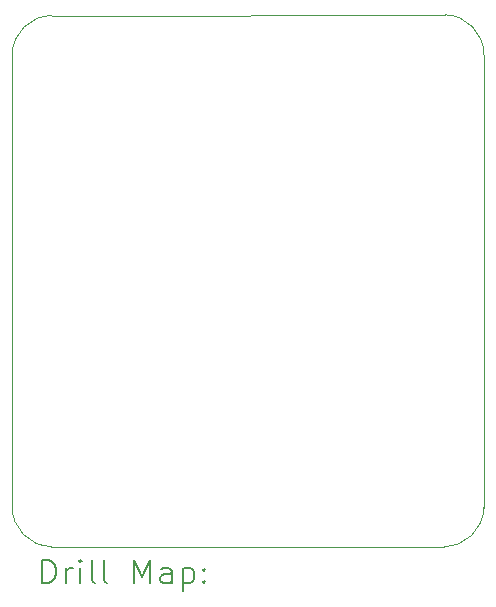
<source format=gbr>
%TF.GenerationSoftware,KiCad,Pcbnew,(6.0.9)*%
%TF.CreationDate,2023-01-15T18:08:33+00:00*%
%TF.ProjectId,CanBus-Radio-VAG,43616e42-7573-42d5-9261-64696f2d5641,1.0*%
%TF.SameCoordinates,Original*%
%TF.FileFunction,Drillmap*%
%TF.FilePolarity,Positive*%
%FSLAX45Y45*%
G04 Gerber Fmt 4.5, Leading zero omitted, Abs format (unit mm)*
G04 Created by KiCad (PCBNEW (6.0.9)) date 2023-01-15 18:08:33*
%MOMM*%
%LPD*%
G01*
G04 APERTURE LIST*
%ADD10C,0.050000*%
%ADD11C,0.200000*%
G04 APERTURE END LIST*
D10*
X10661650Y-9499600D02*
G75*
G03*
X10998140Y-9169399I0J336550D01*
G01*
X7004050Y-9163050D02*
G75*
G03*
X7334251Y-9499540I336550J0D01*
G01*
X10998200Y-5334000D02*
G75*
G03*
X10667999Y-4997510I-336550J0D01*
G01*
X7340600Y-5003800D02*
G75*
G03*
X7004110Y-5334001I0J-336550D01*
G01*
X7004110Y-5334001D02*
X7004050Y-9163050D01*
X10661650Y-9499600D02*
X7334251Y-9499540D01*
X10998200Y-5334000D02*
X10998140Y-9169399D01*
X7340600Y-5003800D02*
X10668000Y-4997450D01*
D11*
X7259169Y-9812576D02*
X7259169Y-9612576D01*
X7306788Y-9612576D01*
X7335359Y-9622100D01*
X7354407Y-9641148D01*
X7363931Y-9660195D01*
X7373455Y-9698290D01*
X7373455Y-9726862D01*
X7363931Y-9764957D01*
X7354407Y-9784005D01*
X7335359Y-9803052D01*
X7306788Y-9812576D01*
X7259169Y-9812576D01*
X7459169Y-9812576D02*
X7459169Y-9679243D01*
X7459169Y-9717338D02*
X7468693Y-9698290D01*
X7478217Y-9688767D01*
X7497264Y-9679243D01*
X7516312Y-9679243D01*
X7582978Y-9812576D02*
X7582978Y-9679243D01*
X7582978Y-9612576D02*
X7573455Y-9622100D01*
X7582978Y-9631624D01*
X7592502Y-9622100D01*
X7582978Y-9612576D01*
X7582978Y-9631624D01*
X7706788Y-9812576D02*
X7687740Y-9803052D01*
X7678217Y-9784005D01*
X7678217Y-9612576D01*
X7811550Y-9812576D02*
X7792502Y-9803052D01*
X7782978Y-9784005D01*
X7782978Y-9612576D01*
X8040121Y-9812576D02*
X8040121Y-9612576D01*
X8106788Y-9755433D01*
X8173455Y-9612576D01*
X8173455Y-9812576D01*
X8354407Y-9812576D02*
X8354407Y-9707814D01*
X8344883Y-9688767D01*
X8325836Y-9679243D01*
X8287740Y-9679243D01*
X8268693Y-9688767D01*
X8354407Y-9803052D02*
X8335359Y-9812576D01*
X8287740Y-9812576D01*
X8268693Y-9803052D01*
X8259169Y-9784005D01*
X8259169Y-9764957D01*
X8268693Y-9745910D01*
X8287740Y-9736386D01*
X8335359Y-9736386D01*
X8354407Y-9726862D01*
X8449645Y-9679243D02*
X8449645Y-9879243D01*
X8449645Y-9688767D02*
X8468693Y-9679243D01*
X8506788Y-9679243D01*
X8525836Y-9688767D01*
X8535360Y-9698290D01*
X8544883Y-9717338D01*
X8544883Y-9774481D01*
X8535360Y-9793529D01*
X8525836Y-9803052D01*
X8506788Y-9812576D01*
X8468693Y-9812576D01*
X8449645Y-9803052D01*
X8630598Y-9793529D02*
X8640121Y-9803052D01*
X8630598Y-9812576D01*
X8621074Y-9803052D01*
X8630598Y-9793529D01*
X8630598Y-9812576D01*
X8630598Y-9688767D02*
X8640121Y-9698290D01*
X8630598Y-9707814D01*
X8621074Y-9698290D01*
X8630598Y-9688767D01*
X8630598Y-9707814D01*
M02*

</source>
